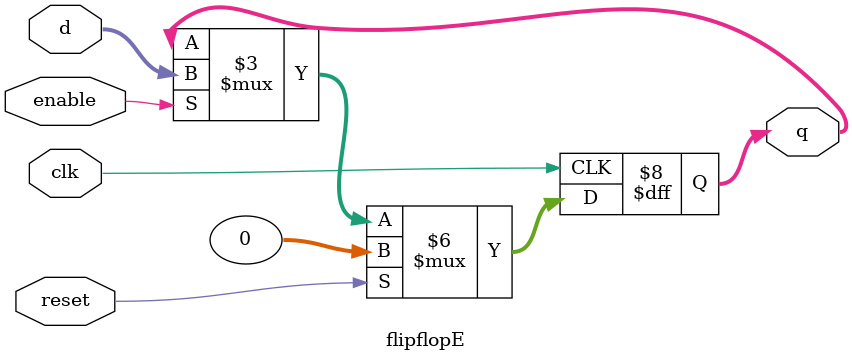
<source format=v>
module flipflopE #(parameter WIDTH=32)
    (output reg [ WIDTH-1:0] q,
        input [WIDTH-1:0] d,
        input clk,reset,enable);
    always @(posedge clk)
        if(reset)  
            q<=0;
        else if(enable)
            q<=d;
        else
            q<=q;
        endmodule

</source>
